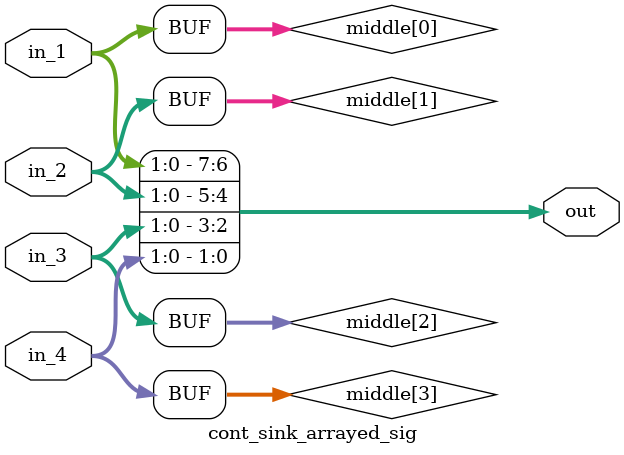
<source format=v>
module cont_sink_arrayed_sig(
	input  [1:0] in_1,
	input  [1:0] in_2,
	input  [1:0] in_3,
	input  [1:0] in_4,
	output [7:0] out
);	

	wire [1:0] middle [0:3];

	assign middle[0] = in_1;
	assign middle[1] = in_2;
	assign middle[2] = in_3;
	assign middle[3] = in_4;

	assign out = {middle[0], middle[1], middle[2], middle[3]};

endmodule

</source>
